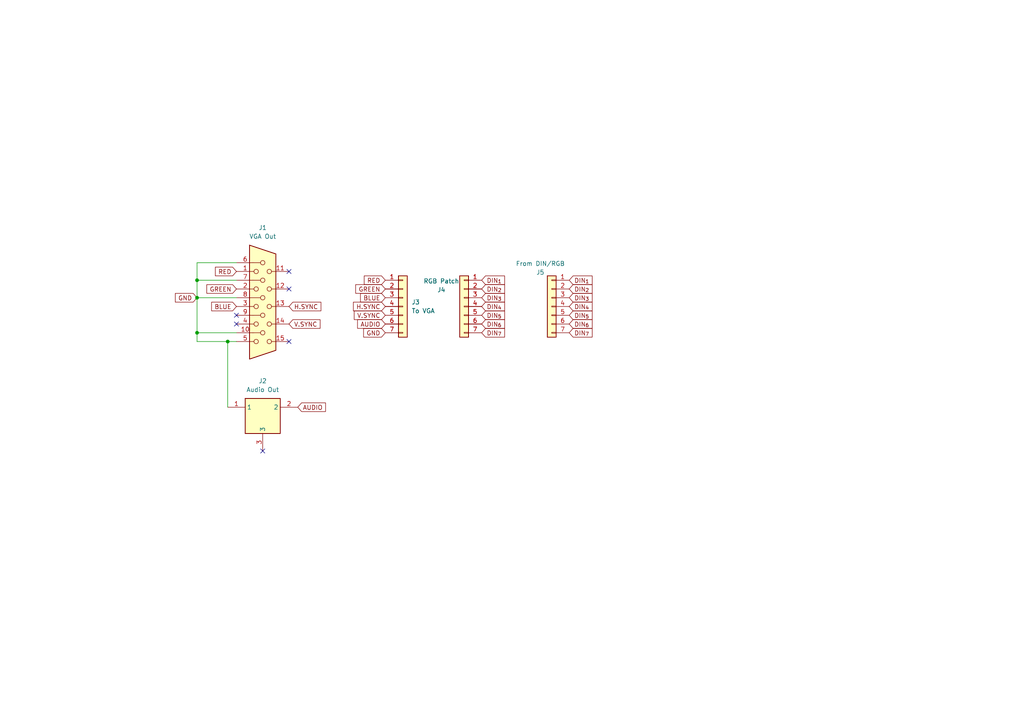
<source format=kicad_sch>
(kicad_sch (version 20250114) (generator "eeschema") (generator_version "9.0")
  (paper "A4")
  (lib_symbols
    (symbol "Clueless_Engineer:MJ-3536N_3.5mm_Mono_Socket"
      (property "Reference" "J" (at 16.51 7.62 0))
      (property "Value" "MJ-3536N_3.5mm_Mono_Socket" (at 16.51 5.08 0))
      (symbol "MJ-3536N_3.5mm_Mono_Socket_1_1"
        (rectangle (start 5.08 2.54) (end 15.24 -7.62) (stroke (width 0.254)) (fill (type background)))
        (pin passive line (at 0 0 0) (length 5.08) (name "1") (number "1"))
        (pin passive line (at 10.16 -12.7 90) (length 5.08) (name "3") (number "3"))
        (pin passive line (at 20.32 0 180) (length 5.08) (name "2") (number "2"))
      )
    )
    (symbol "Connector:DE15_Socket_HighDensity" (pin_names (offset 1.016) (hide yes))
      (property "Reference" "J" (at 0 21.59 0))
      (property "Value" "DE15_Socket_HighDensity" (at 0 19.05 0))
      (symbol "DE15_Socket_HighDensity_0_1"
        (polyline (pts (xy -3.81 17.78) (xy -3.81 -15.24) (xy 3.81 -12.7) (xy 3.81 15.24) (xy -3.81 17.78)) (stroke (width 0.254)) (fill (type background)))
        (polyline (pts (xy -3.175 7.62) (xy -0.635 7.62)))
        (circle (center -1.905 10.16) (radius 0.635))
        (circle (center -1.905 5.08) (radius 0.635))
        (circle (center -1.905 0) (radius 0.635))
        (circle (center -1.905 -5.08) (radius 0.635))
        (circle (center -1.905 -10.16) (radius 0.635))
        (polyline (pts (xy -0.635 12.7) (xy -3.175 12.7)))
        (polyline (pts (xy -0.635 2.54) (xy -3.175 2.54)))
        (polyline (pts (xy -0.635 -2.54) (xy -3.175 -2.54)))
        (polyline (pts (xy -0.635 -7.62) (xy -3.175 -7.62)))
        (circle (center 0 12.7) (radius 0.635))
        (circle (center 0 7.62) (radius 0.635))
        (circle (center 0 2.54) (radius 0.635))
        (circle (center 0 -2.54) (radius 0.635))
        (circle (center 0 -7.62) (radius 0.635))
        (circle (center 1.905 10.16) (radius 0.635))
        (circle (center 1.905 5.08) (radius 0.635))
        (circle (center 1.905 0) (radius 0.635))
        (circle (center 1.905 -5.08) (radius 0.635))
        (circle (center 1.905 -10.16) (radius 0.635))
      )
      (symbol "DE15_Socket_HighDensity_1_1"
        (pin passive line (at -7.62 12.7 0) (length 5.08) (name "~") (number "6"))
        (pin passive line (at -7.62 10.16 0) (length 5.08) (name "~") (number "1"))
        (pin passive line (at -7.62 7.62 0) (length 5.08) (name "~") (number "7"))
        (pin passive line (at -7.62 5.08 0) (length 5.08) (name "~") (number "2"))
        (pin passive line (at -7.62 2.54 0) (length 5.08) (name "~") (number "8"))
        (pin passive line (at -7.62 0 0) (length 5.08) (name "~") (number "3"))
        (pin passive line (at -7.62 -2.54 0) (length 5.08) (name "~") (number "9"))
        (pin passive line (at -7.62 -5.08 0) (length 5.08) (name "~") (number "4"))
        (pin passive line (at -7.62 -7.62 0) (length 5.08) (name "~") (number "10"))
        (pin passive line (at -7.62 -10.16 0) (length 5.08) (name "~") (number "5"))
        (pin passive line (at 7.62 10.16 180) (length 5.08) (name "~") (number "11"))
        (pin passive line (at 7.62 5.08 180) (length 5.08) (name "~") (number "12"))
        (pin passive line (at 7.62 0 180) (length 5.08) (name "~") (number "13"))
        (pin passive line (at 7.62 -5.08 180) (length 5.08) (name "~") (number "14"))
        (pin passive line (at 7.62 -10.16 180) (length 5.08) (name "~") (number "15"))
      )
    )
    (symbol "Connector_Generic:Conn_01x07" (pin_names (offset 1.016) (hide yes))
      (property "Reference" "J" (at 0 10.16 0))
      (property "Value" "Conn_01x07" (at 0 -10.16 0))
      (symbol "Conn_01x07_1_1"
        (rectangle (start -1.27 8.89) (end 1.27 -8.89) (stroke (width 0.254)) (fill (type background)))
        (rectangle (start -1.27 7.747) (end 0 7.493) (stroke (width 0.1524)))
        (rectangle (start -1.27 5.207) (end 0 4.953) (stroke (width 0.1524)))
        (rectangle (start -1.27 2.667) (end 0 2.413) (stroke (width 0.1524)))
        (rectangle (start -1.27 0.127) (end 0 -0.127) (stroke (width 0.1524)))
        (rectangle (start -1.27 -2.413) (end 0 -2.667) (stroke (width 0.1524)))
        (rectangle (start -1.27 -4.953) (end 0 -5.207) (stroke (width 0.1524)))
        (rectangle (start -1.27 -7.493) (end 0 -7.747) (stroke (width 0.1524)))
        (pin passive line (at -5.08 7.62 0) (length 3.81) (name "Pin_1") (number "1"))
        (pin passive line (at -5.08 5.08 0) (length 3.81) (name "Pin_2") (number "2"))
        (pin passive line (at -5.08 2.54 0) (length 3.81) (name "Pin_3") (number "3"))
        (pin passive line (at -5.08 0 0) (length 3.81) (name "Pin_4") (number "4"))
        (pin passive line (at -5.08 -2.54 0) (length 3.81) (name "Pin_5") (number "5"))
        (pin passive line (at -5.08 -5.08 0) (length 3.81) (name "Pin_6") (number "6"))
        (pin passive line (at -5.08 -7.62 0) (length 3.81) (name "Pin_7") (number "7"))
      )
    )
  )
  (junction (at 57.15 86.36))
  (junction (at 57.15 81.28))
  (junction (at 57.15 96.52))
  (junction (at 66.04 99.06))
  (no_connect (at 83.82 99.06))
  (no_connect (at 83.82 83.82))
  (no_connect (at 68.58 93.98))
  (no_connect (at 76.2 130.81))
  (no_connect (at 83.82 78.74))
  (no_connect (at 68.58 91.44))
  (wire (pts (xy 57.15 96.52) (xy 68.58 96.52)))
  (wire (pts (xy 57.15 86.36) (xy 57.15 96.52)))
  (wire (pts (xy 57.15 76.2) (xy 68.58 76.2)))
  (wire (pts (xy 68.58 99.06) (xy 66.04 99.06)))
  (wire (pts (xy 66.04 99.06) (xy 57.15 99.06)))
  (wire (pts (xy 57.15 86.36) (xy 68.58 86.36)))
  (wire (pts (xy 57.15 86.36) (xy 57.15 81.28)))
  (wire (pts (xy 57.15 99.06) (xy 57.15 96.52)))
  (wire (pts (xy 57.15 81.28) (xy 57.15 76.2)))
  (wire (pts (xy 57.15 81.28) (xy 68.58 81.28)))
  (wire (pts (xy 66.04 99.06) (xy 66.04 118.11)))
  (global_label "DIN_{6}" (shape input) (at 139.7 93.98 0) (property "Intersheetrefs" "${INTERSHEET_REFS}" (effects (hide yes))))
  (global_label "BLUE" (shape input) (at 111.76 86.36 180) (property "Intersheetrefs" "${INTERSHEET_REFS}" (effects (hide yes))))
  (global_label "GND" (shape input) (at 111.76 96.52 180) (property "Intersheetrefs" "${INTERSHEET_REFS}" (effects (hide yes))))
  (global_label "DIN_{1}" (shape input) (at 165.1 81.28 0) (property "Intersheetrefs" "${INTERSHEET_REFS}" (effects (hide yes))))
  (global_label "DIN_{4}" (shape input) (at 139.7 88.9 0) (property "Intersheetrefs" "${INTERSHEET_REFS}" (effects (hide yes))))
  (global_label "BLUE" (shape input) (at 68.58 88.9 180) (property "Intersheetrefs" "${INTERSHEET_REFS}" (effects (hide yes))))
  (global_label "DIN_{7}" (shape input) (at 139.7 96.52 0) (property "Intersheetrefs" "${INTERSHEET_REFS}" (effects (hide yes))))
  (global_label "DIN_{4}" (shape input) (at 165.1 88.9 0) (property "Intersheetrefs" "${INTERSHEET_REFS}" (effects (hide yes))))
  (global_label "GND" (shape input) (at 57.15 86.36 180) (property "Intersheetrefs" "${INTERSHEET_REFS}" (effects (hide yes))))
  (global_label "V.SYNC" (shape input) (at 111.76 91.44 180) (property "Intersheetrefs" "${INTERSHEET_REFS}" (effects (hide yes))))
  (global_label "DIN_{5}" (shape input) (at 139.7 91.44 0) (property "Intersheetrefs" "${INTERSHEET_REFS}" (effects (hide yes))))
  (global_label "AUDIO" (shape input) (at 86.36 118.11 0) (property "Intersheetrefs" "${INTERSHEET_REFS}" (effects (hide yes))))
  (global_label "GREEN" (shape input) (at 68.58 83.82 180) (property "Intersheetrefs" "${INTERSHEET_REFS}" (effects (hide yes))))
  (global_label "H.SYNC" (shape input) (at 111.76 88.9 180) (property "Intersheetrefs" "${INTERSHEET_REFS}" (effects (hide yes))))
  (global_label "RED" (shape input) (at 68.58 78.74 180) (property "Intersheetrefs" "${INTERSHEET_REFS}" (effects (hide yes))))
  (global_label "DIN_{3}" (shape input) (at 139.7 86.36 0) (property "Intersheetrefs" "${INTERSHEET_REFS}" (effects (hide yes))))
  (global_label "AUDIO" (shape input) (at 111.76 93.98 180) (property "Intersheetrefs" "${INTERSHEET_REFS}" (effects (hide yes))))
  (global_label "DIN_{6}" (shape input) (at 165.1 93.98 0) (property "Intersheetrefs" "${INTERSHEET_REFS}" (effects (hide yes))))
  (global_label "DIN_{3}" (shape input) (at 165.1 86.36 0) (property "Intersheetrefs" "${INTERSHEET_REFS}" (effects (hide yes))))
  (global_label "V.SYNC" (shape input) (at 83.82 93.98 0) (property "Intersheetrefs" "${INTERSHEET_REFS}" (effects (hide yes))))
  (global_label "GREEN" (shape input) (at 111.76 83.82 180) (property "Intersheetrefs" "${INTERSHEET_REFS}" (effects (hide yes))))
  (global_label "DIN_{1}" (shape input) (at 139.7 81.28 0) (property "Intersheetrefs" "${INTERSHEET_REFS}" (effects (hide yes))))
  (global_label "DIN_{7}" (shape input) (at 165.1 96.52 0) (property "Intersheetrefs" "${INTERSHEET_REFS}" (effects (hide yes))))
  (global_label "H.SYNC" (shape input) (at 83.82 88.9 0) (property "Intersheetrefs" "${INTERSHEET_REFS}" (effects (hide yes))))
  (global_label "DIN_{2}" (shape input) (at 139.7 83.82 0) (property "Intersheetrefs" "${INTERSHEET_REFS}" (effects (hide yes))))
  (global_label "DIN_{5}" (shape input) (at 165.1 91.44 0) (property "Intersheetrefs" "${INTERSHEET_REFS}" (effects (hide yes))))
  (global_label "DIN_{2}" (shape input) (at 165.1 83.82 0) (property "Intersheetrefs" "${INTERSHEET_REFS}" (effects (hide yes))))
  (global_label "RED" (shape input) (at 111.76 81.28 180) (property "Intersheetrefs" "${INTERSHEET_REFS}" (effects (hide yes))))
  (symbol (lib_id "Connector_Generic:Conn_01x07") (at 160.02 88.9 0) (mirror y) (unit 1)
    (property "Reference" "J5" (at 156.718 78.994 0))
    (property "Value" "From DIN/RGB" (at 156.718 76.454 0))
    (property "Footprint" "Connector_PinHeader_2.54mm:PinHeader_1x07_P2.54mm_Horizontal" (effects (hide yes)))
    (property "Description" "Generic connector, single row, 01x07, script generated (kicad-library-utils/schlib/autogen/connector/)" (effects (hide yes)))
  )
  (symbol (lib_id "Connector_Generic:Conn_01x07") (at 116.84 88.9 0) (unit 1)
    (property "Reference" "J3" (at 119.38 87.6299 0) (effects (justify left)))
    (property "Value" "To VGA" (at 119.38 90.1699 0) (effects (justify left)))
    (property "Footprint" "Connector_PinHeader_2.54mm:PinHeader_1x07_P2.54mm_Vertical" (effects (hide yes)))
    (property "Description" "Generic connector, single row, 01x07, script generated (kicad-library-utils/schlib/autogen/connector/)" (effects (hide yes)))
  )
  (symbol (lib_id "Clueless_Engineer:MJ-3536N_3.5mm_Mono_Socket") (at 66.04 118.11 0) (unit 1)
    (property "Reference" "J2" (at 76.2 110.49 0))
    (property "Value" "Audio Out" (at 76.2 113.03 0))
    (property "Footprint" "Clueless_Engineer:MJ3536N" (effects (hide yes)))
    (property "Datasheet" "https://www.sameskydevices.com/product/resource/supplyframepdf/mj-3536n.pdf" (effects (hide yes)))
    (property "Description" "3.5 mm, Mono, Right Angle, Through Hole, 2 Conductors, 1 Internal Switch, Audio Jack Connector" (effects (hide yes)))
    (property "Height" "10" (effects (hide yes)))
    (property "Mouser Part Number" "490-MJ-3536N" (effects (hide yes)))
    (property "Mouser Price/Stock" "https://www.mouser.co.uk/ProductDetail/Same-Sky/MJ-3536N?qs=WyjlAZoYn51vdgS3Tq1ykQ%3D%3D" (effects (hide yes)))
    (property "Manufacturer_Name" "Same Sky" (effects (hide yes)))
    (property "Manufacturer_Part_Number" "MJ-3536N" (effects (hide yes)))
  )
  (symbol (lib_id "Connector_Generic:Conn_01x07") (at 134.62 88.9 0) (mirror y) (unit 1)
    (property "Reference" "J4" (at 128.016 84.074 0))
    (property "Value" "RGB Patch" (at 128.016 81.534 0))
    (property "Footprint" "Connector_PinHeader_2.54mm:PinHeader_1x07_P2.54mm_Vertical" (effects (hide yes)))
    (property "Description" "Generic connector, single row, 01x07, script generated (kicad-library-utils/schlib/autogen/connector/)" (effects (hide yes)))
  )
  (symbol (lib_id "Connector:DE15_Socket_HighDensity") (at 76.2 88.9 0) (unit 1)
    (property "Reference" "J1" (at 76.2 66.04 0))
    (property "Value" "VGA Out" (at 76.2 68.58 0))
    (property "Footprint" "Connector_Dsub:DSUB-15-HD_Socket_Horizontal_P2.29x1.90mm_EdgePinOffset3.03mm_Housed_MountingHolesOffset4.94mm" (effects (hide yes)))
    (property "Description" "15-pin D-SUB connector, socket (female), High density (3 columns), Triple Row, Generic, VGA-connector" (effects (hide yes)))
  )
)
</source>
